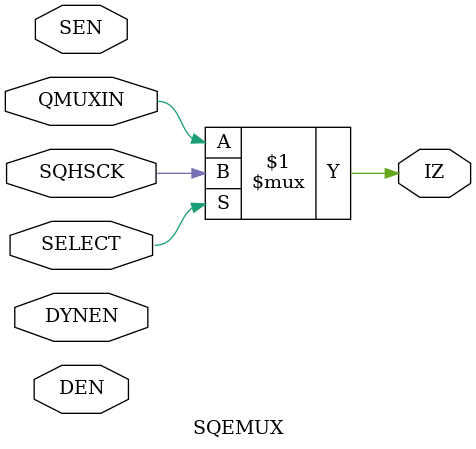
<source format=v>
`timescale 1ns/10ps

module SQEMUX(QMUXIN, SQHSCK, DYNEN, SEN, DEN, SELECT, IZ);

    (* CLOCK, NO_COMB=0 *) 
    input wire QMUXIN;
    
    (* CLOCK, NO_COMB=0 *) 
    input wire SQHSCK;
    input wire SELECT;
    input wire DYNEN;
    input wire SEN;
    input wire DEN;

    //(* DELAY_CONST_QMUXIN="{iopath_QMUXIN_IZ}" *)
    //(* DELAY_CONST_SQHSCK="{iopath_SQHSCK_IZ}" *)
    (* DELAY_CONST_QMUXIN="1e-10" *)
    (* DELAY_CONST_SQHSCK="1e-10" *)
    (* DELAY_CONST_SELECT="1e-10" *)  // No timing for the select pin
    (* clkbuf_driver *)
    output wire IZ;

    /*wire QMUXIN_int, SQHSCK_int, DYNEN_int, SEN_int, DEN_int, SELECT_int;
    buf QMUXIN_buf (QMUXIN_int, QMUXIN) ;
    buf SQHSCK_buf (SQHSCK_int, SQHSCK) ;
    buf DYNEN_buf (DYNEN_int, DYNEN) ;
    buf SEN_buf (SEN_int, SEN) ;
    buf DEN_buf (DEN_int, DEN) ;
    buf SELECT_buf (SELECT_int, SELECT) ;*/

    specify
            //if (SELECT == 1'b0 && SEN == 1'b1 && DEN == 1'b0)
               (QMUXIN => IZ) = (0,0);
            //if (SELECT == 1'b1 && SEN == 1'b1 && DEN == 1'b0)
               (SQHSCK => IZ) = (0,0);
       //(DYNEN => IZ) = (0,0);
       //(SEN => IZ) = (0,0);
       //(DEN => IZ) = (0,0);
       //(SELECT => IZ) = (0,0);
    endspecify

    assign IZ = SELECT ?  SQHSCK : QMUXIN;
            
endmodule

</source>
